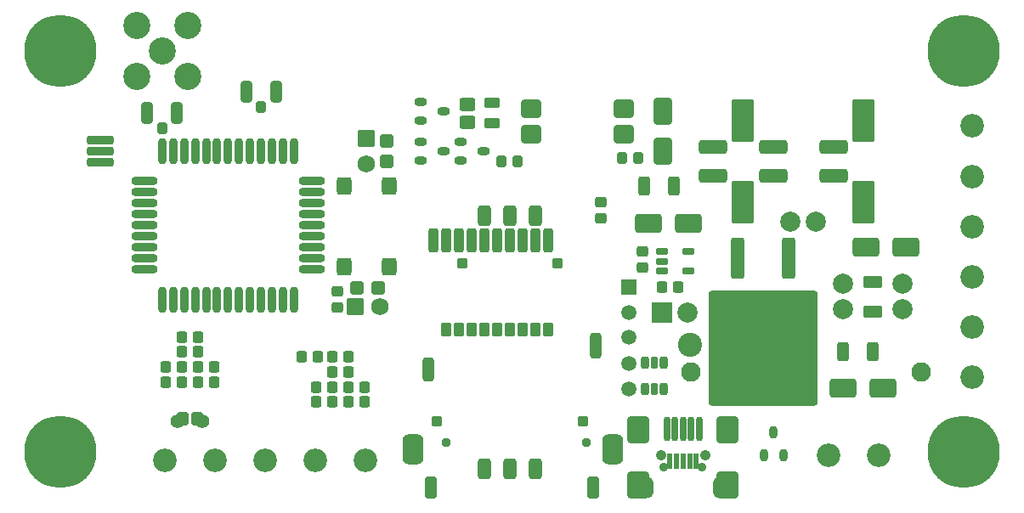
<source format=gts>
%FSLAX44Y44*%
%MOMM*%
G71*
G01*
G75*
G04 Layer_Color=8388736*
G04:AMPARAMS|DCode=10|XSize=0.7mm|YSize=2.5mm|CornerRadius=0.175mm|HoleSize=0mm|Usage=FLASHONLY|Rotation=0.000|XOffset=0mm|YOffset=0mm|HoleType=Round|Shape=RoundedRectangle|*
%AMROUNDEDRECTD10*
21,1,0.7000,2.1500,0,0,0.0*
21,1,0.3500,2.5000,0,0,0.0*
1,1,0.3500,0.1750,-1.0750*
1,1,0.3500,-0.1750,-1.0750*
1,1,0.3500,-0.1750,1.0750*
1,1,0.3500,0.1750,1.0750*
%
%ADD10ROUNDEDRECTD10*%
G04:AMPARAMS|DCode=11|XSize=2.5mm|YSize=2.5mm|CornerRadius=0.625mm|HoleSize=0mm|Usage=FLASHONLY|Rotation=0.000|XOffset=0mm|YOffset=0mm|HoleType=Round|Shape=RoundedRectangle|*
%AMROUNDEDRECTD11*
21,1,2.5000,1.2500,0,0,0.0*
21,1,1.2500,2.5000,0,0,0.0*
1,1,1.2500,0.6250,-0.6250*
1,1,1.2500,-0.6250,-0.6250*
1,1,1.2500,-0.6250,0.6250*
1,1,1.2500,0.6250,0.6250*
%
%ADD11ROUNDEDRECTD11*%
G04:AMPARAMS|DCode=12|XSize=0.7mm|YSize=2.5mm|CornerRadius=0.175mm|HoleSize=0mm|Usage=FLASHONLY|Rotation=270.000|XOffset=0mm|YOffset=0mm|HoleType=Round|Shape=RoundedRectangle|*
%AMROUNDEDRECTD12*
21,1,0.7000,2.1500,0,0,270.0*
21,1,0.3500,2.5000,0,0,270.0*
1,1,0.3500,-1.0750,-0.1750*
1,1,0.3500,-1.0750,0.1750*
1,1,0.3500,1.0750,0.1750*
1,1,0.3500,1.0750,-0.1750*
%
%ADD12ROUNDEDRECTD12*%
G04:AMPARAMS|DCode=13|XSize=0.8mm|YSize=1mm|CornerRadius=0.2mm|HoleSize=0mm|Usage=FLASHONLY|Rotation=180.000|XOffset=0mm|YOffset=0mm|HoleType=Round|Shape=RoundedRectangle|*
%AMROUNDEDRECTD13*
21,1,0.8000,0.6000,0,0,180.0*
21,1,0.4000,1.0000,0,0,180.0*
1,1,0.4000,-0.2000,0.3000*
1,1,0.4000,0.2000,0.3000*
1,1,0.4000,0.2000,-0.3000*
1,1,0.4000,-0.2000,-0.3000*
%
%ADD13ROUNDEDRECTD13*%
G04:AMPARAMS|DCode=14|XSize=1mm|YSize=2mm|CornerRadius=0.25mm|HoleSize=0mm|Usage=FLASHONLY|Rotation=180.000|XOffset=0mm|YOffset=0mm|HoleType=Round|Shape=RoundedRectangle|*
%AMROUNDEDRECTD14*
21,1,1.0000,1.5000,0,0,180.0*
21,1,0.5000,2.0000,0,0,180.0*
1,1,0.5000,-0.2500,0.7500*
1,1,0.5000,0.2500,0.7500*
1,1,0.5000,0.2500,-0.7500*
1,1,0.5000,-0.2500,-0.7500*
%
%ADD14ROUNDEDRECTD14*%
G04:AMPARAMS|DCode=15|XSize=4.1mm|YSize=2.1mm|CornerRadius=0.1995mm|HoleSize=0mm|Usage=FLASHONLY|Rotation=90.000|XOffset=0mm|YOffset=0mm|HoleType=Round|Shape=RoundedRectangle|*
%AMROUNDEDRECTD15*
21,1,4.1000,1.7010,0,0,90.0*
21,1,3.7010,2.1000,0,0,90.0*
1,1,0.3990,0.8505,1.8505*
1,1,0.3990,0.8505,-1.8505*
1,1,0.3990,-0.8505,-1.8505*
1,1,0.3990,-0.8505,1.8505*
%
%ADD15ROUNDEDRECTD15*%
G04:AMPARAMS|DCode=16|XSize=3.95mm|YSize=1.2mm|CornerRadius=0.198mm|HoleSize=0mm|Usage=FLASHONLY|Rotation=270.000|XOffset=0mm|YOffset=0mm|HoleType=Round|Shape=RoundedRectangle|*
%AMROUNDEDRECTD16*
21,1,3.9500,0.8040,0,0,270.0*
21,1,3.5540,1.2000,0,0,270.0*
1,1,0.3960,-0.4020,-1.7770*
1,1,0.3960,-0.4020,1.7770*
1,1,0.3960,0.4020,1.7770*
1,1,0.3960,0.4020,-1.7770*
%
%ADD16ROUNDEDRECTD16*%
G04:AMPARAMS|DCode=17|XSize=11.3mm|YSize=10.75mm|CornerRadius=0.215mm|HoleSize=0mm|Usage=FLASHONLY|Rotation=270.000|XOffset=0mm|YOffset=0mm|HoleType=Round|Shape=RoundedRectangle|*
%AMROUNDEDRECTD17*
21,1,11.3000,10.3200,0,0,270.0*
21,1,10.8700,10.7500,0,0,270.0*
1,1,0.4300,-5.1600,-5.4350*
1,1,0.4300,-5.1600,5.4350*
1,1,0.4300,5.1600,5.4350*
1,1,0.4300,5.1600,-5.4350*
%
%ADD17ROUNDEDRECTD17*%
G04:AMPARAMS|DCode=18|XSize=1.1mm|YSize=0.7mm|CornerRadius=0.2345mm|HoleSize=0mm|Usage=FLASHONLY|Rotation=270.000|XOffset=0mm|YOffset=0mm|HoleType=Round|Shape=RoundedRectangle|*
%AMROUNDEDRECTD18*
21,1,1.1000,0.2310,0,0,270.0*
21,1,0.6310,0.7000,0,0,270.0*
1,1,0.4690,-0.1155,-0.3155*
1,1,0.4690,-0.1155,0.3155*
1,1,0.4690,0.1155,0.3155*
1,1,0.4690,0.1155,-0.3155*
%
%ADD18ROUNDEDRECTD18*%
G04:AMPARAMS|DCode=19|XSize=1.1mm|YSize=0.6mm|CornerRadius=0.201mm|HoleSize=0mm|Usage=FLASHONLY|Rotation=270.000|XOffset=0mm|YOffset=0mm|HoleType=Round|Shape=RoundedRectangle|*
%AMROUNDEDRECTD19*
21,1,1.1000,0.1980,0,0,270.0*
21,1,0.6980,0.6000,0,0,270.0*
1,1,0.4020,-0.0990,-0.3490*
1,1,0.4020,-0.0990,0.3490*
1,1,0.4020,0.0990,0.3490*
1,1,0.4020,0.0990,-0.3490*
%
%ADD19ROUNDEDRECTD19*%
G04:AMPARAMS|DCode=20|XSize=1.05mm|YSize=0.65mm|CornerRadius=0.2015mm|HoleSize=0mm|Usage=FLASHONLY|Rotation=90.000|XOffset=0mm|YOffset=0mm|HoleType=Round|Shape=RoundedRectangle|*
%AMROUNDEDRECTD20*
21,1,1.0500,0.2470,0,0,90.0*
21,1,0.6470,0.6500,0,0,90.0*
1,1,0.4030,0.1235,0.3235*
1,1,0.4030,0.1235,-0.3235*
1,1,0.4030,-0.1235,-0.3235*
1,1,0.4030,-0.1235,0.3235*
%
%ADD20ROUNDEDRECTD20*%
G04:AMPARAMS|DCode=21|XSize=1.75mm|YSize=1.05mm|CornerRadius=0.1995mm|HoleSize=0mm|Usage=FLASHONLY|Rotation=180.000|XOffset=0mm|YOffset=0mm|HoleType=Round|Shape=RoundedRectangle|*
%AMROUNDEDRECTD21*
21,1,1.7500,0.6510,0,0,180.0*
21,1,1.3510,1.0500,0,0,180.0*
1,1,0.3990,-0.6755,0.3255*
1,1,0.3990,0.6755,0.3255*
1,1,0.3990,0.6755,-0.3255*
1,1,0.3990,-0.6755,-0.3255*
%
%ADD21ROUNDEDRECTD21*%
G04:AMPARAMS|DCode=22|XSize=1.75mm|YSize=1.05mm|CornerRadius=0.1995mm|HoleSize=0mm|Usage=FLASHONLY|Rotation=90.000|XOffset=0mm|YOffset=0mm|HoleType=Round|Shape=RoundedRectangle|*
%AMROUNDEDRECTD22*
21,1,1.7500,0.6510,0,0,90.0*
21,1,1.3510,1.0500,0,0,90.0*
1,1,0.3990,0.3255,0.6755*
1,1,0.3990,0.3255,-0.6755*
1,1,0.3990,-0.3255,-0.6755*
1,1,0.3990,-0.3255,0.6755*
%
%ADD22ROUNDEDRECTD22*%
G04:AMPARAMS|DCode=23|XSize=2.7mm|YSize=1.2mm|CornerRadius=0.21mm|HoleSize=0mm|Usage=FLASHONLY|Rotation=180.000|XOffset=0mm|YOffset=0mm|HoleType=Round|Shape=RoundedRectangle|*
%AMROUNDEDRECTD23*
21,1,2.7000,0.7800,0,0,180.0*
21,1,2.2800,1.2000,0,0,180.0*
1,1,0.4200,-1.1400,0.3900*
1,1,0.4200,1.1400,0.3900*
1,1,0.4200,1.1400,-0.3900*
1,1,0.4200,-1.1400,-0.3900*
%
%ADD23ROUNDEDRECTD23*%
G04:AMPARAMS|DCode=24|XSize=2.5mm|YSize=1.7mm|CornerRadius=0.204mm|HoleSize=0mm|Usage=FLASHONLY|Rotation=0.000|XOffset=0mm|YOffset=0mm|HoleType=Round|Shape=RoundedRectangle|*
%AMROUNDEDRECTD24*
21,1,2.5000,1.2920,0,0,0.0*
21,1,2.0920,1.7000,0,0,0.0*
1,1,0.4080,1.0460,-0.6460*
1,1,0.4080,-1.0460,-0.6460*
1,1,0.4080,-1.0460,0.6460*
1,1,0.4080,1.0460,0.6460*
%
%ADD24ROUNDEDRECTD24*%
G04:AMPARAMS|DCode=25|XSize=1.2mm|YSize=1.2mm|CornerRadius=0.198mm|HoleSize=0mm|Usage=FLASHONLY|Rotation=270.000|XOffset=0mm|YOffset=0mm|HoleType=Round|Shape=RoundedRectangle|*
%AMROUNDEDRECTD25*
21,1,1.2000,0.8040,0,0,270.0*
21,1,0.8040,1.2000,0,0,270.0*
1,1,0.3960,-0.4020,-0.4020*
1,1,0.3960,-0.4020,0.4020*
1,1,0.3960,0.4020,0.4020*
1,1,0.3960,0.4020,-0.4020*
%
%ADD25ROUNDEDRECTD25*%
G04:AMPARAMS|DCode=26|XSize=1.2mm|YSize=1.2mm|CornerRadius=0.198mm|HoleSize=0mm|Usage=FLASHONLY|Rotation=0.000|XOffset=0mm|YOffset=0mm|HoleType=Round|Shape=RoundedRectangle|*
%AMROUNDEDRECTD26*
21,1,1.2000,0.8040,0,0,0.0*
21,1,0.8040,1.2000,0,0,0.0*
1,1,0.3960,0.4020,-0.4020*
1,1,0.3960,-0.4020,-0.4020*
1,1,0.3960,-0.4020,0.4020*
1,1,0.3960,0.4020,0.4020*
%
%ADD26ROUNDEDRECTD26*%
G04:AMPARAMS|DCode=27|XSize=2.5mm|YSize=2mm|CornerRadius=0.2mm|HoleSize=0mm|Usage=FLASHONLY|Rotation=90.000|XOffset=0mm|YOffset=0mm|HoleType=Round|Shape=RoundedRectangle|*
%AMROUNDEDRECTD27*
21,1,2.5000,1.6000,0,0,90.0*
21,1,2.1000,2.0000,0,0,90.0*
1,1,0.4000,0.8000,1.0500*
1,1,0.4000,0.8000,-1.0500*
1,1,0.4000,-0.8000,-1.0500*
1,1,0.4000,-0.8000,1.0500*
%
%ADD27ROUNDEDRECTD27*%
G04:AMPARAMS|DCode=28|XSize=2.3mm|YSize=0.5mm|CornerRadius=0.2mm|HoleSize=0mm|Usage=FLASHONLY|Rotation=90.000|XOffset=0mm|YOffset=0mm|HoleType=Round|Shape=RoundedRectangle|*
%AMROUNDEDRECTD28*
21,1,2.3000,0.1000,0,0,90.0*
21,1,1.9000,0.5000,0,0,90.0*
1,1,0.4000,0.0500,0.9500*
1,1,0.4000,0.0500,-0.9500*
1,1,0.4000,-0.0500,-0.9500*
1,1,0.4000,-0.0500,0.9500*
%
%ADD28ROUNDEDRECTD28*%
G04:AMPARAMS|DCode=29|XSize=1mm|YSize=0.95mm|CornerRadius=0.1995mm|HoleSize=0mm|Usage=FLASHONLY|Rotation=90.000|XOffset=0mm|YOffset=0mm|HoleType=Round|Shape=RoundedRectangle|*
%AMROUNDEDRECTD29*
21,1,1.0000,0.5510,0,0,90.0*
21,1,0.6010,0.9500,0,0,90.0*
1,1,0.3990,0.2755,0.3005*
1,1,0.3990,0.2755,-0.3005*
1,1,0.3990,-0.2755,-0.3005*
1,1,0.3990,-0.2755,0.3005*
%
%ADD29ROUNDEDRECTD29*%
G04:AMPARAMS|DCode=30|XSize=1.1mm|YSize=0.6mm|CornerRadius=0.201mm|HoleSize=0mm|Usage=FLASHONLY|Rotation=0.000|XOffset=0mm|YOffset=0mm|HoleType=Round|Shape=RoundedRectangle|*
%AMROUNDEDRECTD30*
21,1,1.1000,0.1980,0,0,0.0*
21,1,0.6980,0.6000,0,0,0.0*
1,1,0.4020,0.3490,-0.0990*
1,1,0.4020,-0.3490,-0.0990*
1,1,0.4020,-0.3490,0.0990*
1,1,0.4020,0.3490,0.0990*
%
%ADD30ROUNDEDRECTD30*%
G04:AMPARAMS|DCode=31|XSize=1mm|YSize=0.95mm|CornerRadius=0.1995mm|HoleSize=0mm|Usage=FLASHONLY|Rotation=0.000|XOffset=0mm|YOffset=0mm|HoleType=Round|Shape=RoundedRectangle|*
%AMROUNDEDRECTD31*
21,1,1.0000,0.5510,0,0,0.0*
21,1,0.6010,0.9500,0,0,0.0*
1,1,0.3990,0.3005,-0.2755*
1,1,0.3990,-0.3005,-0.2755*
1,1,0.3990,-0.3005,0.2755*
1,1,0.3990,0.3005,0.2755*
%
%ADD31ROUNDEDRECTD31*%
%ADD32O,2.5000X0.7000*%
%ADD33O,0.7000X2.5000*%
G04:AMPARAMS|DCode=34|XSize=1.6mm|YSize=1.3mm|CornerRadius=0.2015mm|HoleSize=0mm|Usage=FLASHONLY|Rotation=270.000|XOffset=0mm|YOffset=0mm|HoleType=Round|Shape=RoundedRectangle|*
%AMROUNDEDRECTD34*
21,1,1.6000,0.8970,0,0,270.0*
21,1,1.1970,1.3000,0,0,270.0*
1,1,0.4030,-0.4485,-0.5985*
1,1,0.4030,-0.4485,0.5985*
1,1,0.4030,0.4485,0.5985*
1,1,0.4030,0.4485,-0.5985*
%
%ADD34ROUNDEDRECTD34*%
G04:AMPARAMS|DCode=35|XSize=2.5mm|YSize=1.15mm|CornerRadius=0.3852mm|HoleSize=0mm|Usage=FLASHONLY|Rotation=90.000|XOffset=0mm|YOffset=0mm|HoleType=Round|Shape=RoundedRectangle|*
%AMROUNDEDRECTD35*
21,1,2.5000,0.3795,0,0,90.0*
21,1,1.7295,1.1500,0,0,90.0*
1,1,0.7705,0.1898,0.8648*
1,1,0.7705,0.1898,-0.8648*
1,1,0.7705,-0.1898,-0.8648*
1,1,0.7705,-0.1898,0.8648*
%
%ADD35ROUNDEDRECTD35*%
G04:AMPARAMS|DCode=36|XSize=1.3mm|YSize=1mm|CornerRadius=0.25mm|HoleSize=0mm|Usage=FLASHONLY|Rotation=90.000|XOffset=0mm|YOffset=0mm|HoleType=Round|Shape=RoundedRectangle|*
%AMROUNDEDRECTD36*
21,1,1.3000,0.5000,0,0,90.0*
21,1,0.8000,1.0000,0,0,90.0*
1,1,0.5000,0.2500,0.4000*
1,1,0.5000,0.2500,-0.4000*
1,1,0.5000,-0.2500,-0.4000*
1,1,0.5000,-0.2500,0.4000*
%
%ADD36ROUNDEDRECTD36*%
G04:AMPARAMS|DCode=37|XSize=2.35mm|YSize=1.15mm|CornerRadius=0.3852mm|HoleSize=0mm|Usage=FLASHONLY|Rotation=90.000|XOffset=0mm|YOffset=0mm|HoleType=Round|Shape=RoundedRectangle|*
%AMROUNDEDRECTD37*
21,1,2.3500,0.3795,0,0,90.0*
21,1,1.5795,1.1500,0,0,90.0*
1,1,0.7705,0.1898,0.7897*
1,1,0.7705,0.1898,-0.7897*
1,1,0.7705,-0.1898,-0.7897*
1,1,0.7705,-0.1898,0.7897*
%
%ADD37ROUNDEDRECTD37*%
%ADD38R,0.4000X1.4000*%
G04:AMPARAMS|DCode=39|XSize=1.8mm|YSize=1.9mm|CornerRadius=0.45mm|HoleSize=0mm|Usage=FLASHONLY|Rotation=0.000|XOffset=0mm|YOffset=0mm|HoleType=Round|Shape=RoundedRectangle|*
%AMROUNDEDRECTD39*
21,1,1.8000,1.0000,0,0,0.0*
21,1,0.9000,1.9000,0,0,0.0*
1,1,0.9000,0.4500,-0.5000*
1,1,0.9000,-0.4500,-0.5000*
1,1,0.9000,-0.4500,0.5000*
1,1,0.9000,0.4500,0.5000*
%
%ADD39ROUNDEDRECTD39*%
G04:AMPARAMS|DCode=40|XSize=2.5mm|YSize=1.7mm|CornerRadius=0.204mm|HoleSize=0mm|Usage=FLASHONLY|Rotation=90.000|XOffset=0mm|YOffset=0mm|HoleType=Round|Shape=RoundedRectangle|*
%AMROUNDEDRECTD40*
21,1,2.5000,1.2920,0,0,90.0*
21,1,2.0920,1.7000,0,0,90.0*
1,1,0.4080,0.6460,1.0460*
1,1,0.4080,0.6460,-1.0460*
1,1,0.4080,-0.6460,-1.0460*
1,1,0.4080,-0.6460,1.0460*
%
%ADD40ROUNDEDRECTD40*%
G04:AMPARAMS|DCode=41|XSize=1.8mm|YSize=1.7mm|CornerRadius=0.204mm|HoleSize=0mm|Usage=FLASHONLY|Rotation=180.000|XOffset=0mm|YOffset=0mm|HoleType=Round|Shape=RoundedRectangle|*
%AMROUNDEDRECTD41*
21,1,1.8000,1.2920,0,0,180.0*
21,1,1.3920,1.7000,0,0,180.0*
1,1,0.4080,-0.6960,0.6460*
1,1,0.4080,0.6960,0.6460*
1,1,0.4080,0.6960,-0.6460*
1,1,0.4080,-0.6960,-0.6460*
%
%ADD41ROUNDEDRECTD41*%
G04:AMPARAMS|DCode=42|XSize=1mm|YSize=1.2mm|CornerRadius=0.165mm|HoleSize=0mm|Usage=FLASHONLY|Rotation=0.000|XOffset=0mm|YOffset=0mm|HoleType=Round|Shape=RoundedRectangle|*
%AMROUNDEDRECTD42*
21,1,1.0000,0.8700,0,0,0.0*
21,1,0.6700,1.2000,0,0,0.0*
1,1,0.3300,0.3350,-0.4350*
1,1,0.3300,-0.3350,-0.4350*
1,1,0.3300,-0.3350,0.4350*
1,1,0.3300,0.3350,0.4350*
%
%ADD42ROUNDEDRECTD42*%
G04:AMPARAMS|DCode=43|XSize=3mm|YSize=2mm|CornerRadius=0.67mm|HoleSize=0mm|Usage=FLASHONLY|Rotation=90.000|XOffset=0mm|YOffset=0mm|HoleType=Round|Shape=RoundedRectangle|*
%AMROUNDEDRECTD43*
21,1,3.0000,0.6600,0,0,90.0*
21,1,1.6600,2.0000,0,0,90.0*
1,1,1.3400,0.3300,0.8300*
1,1,1.3400,0.3300,-0.8300*
1,1,1.3400,-0.3300,-0.8300*
1,1,1.3400,-0.3300,0.8300*
%
%ADD43ROUNDEDRECTD43*%
G04:AMPARAMS|DCode=44|XSize=2.3mm|YSize=0.9mm|CornerRadius=0.225mm|HoleSize=0mm|Usage=FLASHONLY|Rotation=90.000|XOffset=0mm|YOffset=0mm|HoleType=Round|Shape=RoundedRectangle|*
%AMROUNDEDRECTD44*
21,1,2.3000,0.4500,0,0,90.0*
21,1,1.8500,0.9000,0,0,90.0*
1,1,0.4500,0.2250,0.9250*
1,1,0.4500,0.2250,-0.9250*
1,1,0.4500,-0.2250,-0.9250*
1,1,0.4500,-0.2250,0.9250*
%
%ADD44ROUNDEDRECTD44*%
G04:AMPARAMS|DCode=45|XSize=1.2mm|YSize=2mm|CornerRadius=0.3mm|HoleSize=0mm|Usage=FLASHONLY|Rotation=180.000|XOffset=0mm|YOffset=0mm|HoleType=Round|Shape=RoundedRectangle|*
%AMROUNDEDRECTD45*
21,1,1.2000,1.4000,0,0,180.0*
21,1,0.6000,2.0000,0,0,180.0*
1,1,0.6000,-0.3000,0.7000*
1,1,0.6000,0.3000,0.7000*
1,1,0.6000,0.3000,-0.7000*
1,1,0.6000,-0.3000,-0.7000*
%
%ADD45ROUNDEDRECTD45*%
G04:AMPARAMS|DCode=46|XSize=1.05mm|YSize=0.65mm|CornerRadius=0.2015mm|HoleSize=0mm|Usage=FLASHONLY|Rotation=0.000|XOffset=0mm|YOffset=0mm|HoleType=Round|Shape=RoundedRectangle|*
%AMROUNDEDRECTD46*
21,1,1.0500,0.2470,0,0,0.0*
21,1,0.6470,0.6500,0,0,0.0*
1,1,0.4030,0.3235,-0.1235*
1,1,0.4030,-0.3235,-0.1235*
1,1,0.4030,-0.3235,0.1235*
1,1,0.4030,0.3235,0.1235*
%
%ADD46ROUNDEDRECTD46*%
G04:AMPARAMS|DCode=47|XSize=1mm|YSize=0.9mm|CornerRadius=0.198mm|HoleSize=0mm|Usage=FLASHONLY|Rotation=270.000|XOffset=0mm|YOffset=0mm|HoleType=Round|Shape=RoundedRectangle|*
%AMROUNDEDRECTD47*
21,1,1.0000,0.5040,0,0,270.0*
21,1,0.6040,0.9000,0,0,270.0*
1,1,0.3960,-0.2520,-0.3020*
1,1,0.3960,-0.2520,0.3020*
1,1,0.3960,0.2520,0.3020*
1,1,0.3960,0.2520,-0.3020*
%
%ADD47ROUNDEDRECTD47*%
G04:AMPARAMS|DCode=48|XSize=1.45mm|YSize=0.95mm|CornerRadius=0.1995mm|HoleSize=0mm|Usage=FLASHONLY|Rotation=180.000|XOffset=0mm|YOffset=0mm|HoleType=Round|Shape=RoundedRectangle|*
%AMROUNDEDRECTD48*
21,1,1.4500,0.5510,0,0,180.0*
21,1,1.0510,0.9500,0,0,180.0*
1,1,0.3990,-0.5255,0.2755*
1,1,0.3990,0.5255,0.2755*
1,1,0.3990,0.5255,-0.2755*
1,1,0.3990,-0.5255,-0.2755*
%
%ADD48ROUNDEDRECTD48*%
G04:AMPARAMS|DCode=49|XSize=1.45mm|YSize=1.15mm|CornerRadius=0.2013mm|HoleSize=0mm|Usage=FLASHONLY|Rotation=180.000|XOffset=0mm|YOffset=0mm|HoleType=Round|Shape=RoundedRectangle|*
%AMROUNDEDRECTD49*
21,1,1.4500,0.7475,0,0,180.0*
21,1,1.0475,1.1500,0,0,180.0*
1,1,0.4025,-0.5238,0.3738*
1,1,0.4025,0.5238,0.3738*
1,1,0.4025,0.5238,-0.3738*
1,1,0.4025,-0.5238,-0.3738*
%
%ADD49ROUNDEDRECTD49*%
%ADD50C,0.3500*%
%ADD51C,0.4000*%
%ADD52C,0.5000*%
%ADD53C,0.7000*%
%ADD54C,0.2500*%
%ADD55C,2.2000*%
%ADD56C,7.0000*%
%ADD57C,2.5000*%
%ADD58C,1.8000*%
%ADD59C,1.8500*%
%ADD60C,1.6000*%
G04:AMPARAMS|DCode=61|XSize=1.6mm|YSize=1.6mm|CornerRadius=0.2mm|HoleSize=0mm|Usage=FLASHONLY|Rotation=270.000|XOffset=0mm|YOffset=0mm|HoleType=Round|Shape=RoundedRectangle|*
%AMROUNDEDRECTD61*
21,1,1.6000,1.2000,0,0,270.0*
21,1,1.2000,1.6000,0,0,270.0*
1,1,0.4000,-0.6000,-0.6000*
1,1,0.4000,-0.6000,0.6000*
1,1,0.4000,0.6000,0.6000*
1,1,0.4000,0.6000,-0.6000*
%
%ADD61ROUNDEDRECTD61*%
G04:AMPARAMS|DCode=62|XSize=1.6mm|YSize=1.6mm|CornerRadius=0.2mm|HoleSize=0mm|Usage=FLASHONLY|Rotation=0.000|XOffset=0mm|YOffset=0mm|HoleType=Round|Shape=RoundedRectangle|*
%AMROUNDEDRECTD62*
21,1,1.6000,1.2000,0,0,0.0*
21,1,1.2000,1.6000,0,0,0.0*
1,1,0.4000,0.6000,-0.6000*
1,1,0.4000,-0.6000,-0.6000*
1,1,0.4000,-0.6000,0.6000*
1,1,0.4000,0.6000,0.6000*
%
%ADD62ROUNDEDRECTD62*%
%ADD63C,0.5000*%
%ADD64R,1.8500X1.8500*%
%ADD65R,1.3000X1.3000*%
%ADD66C,1.3000*%
G04:AMPARAMS|DCode=67|XSize=1.15mm|YSize=2.1mm|CornerRadius=0.2875mm|HoleSize=0mm|Usage=FLASHONLY|Rotation=0.000|XOffset=0mm|YOffset=0mm|HoleType=Round|Shape=RoundedRectangle|*
%AMROUNDEDRECTD67*
21,1,1.1500,1.5250,0,0,0.0*
21,1,0.5750,2.1000,0,0,0.0*
1,1,0.5750,0.2875,-0.7625*
1,1,0.5750,-0.2875,-0.7625*
1,1,0.5750,-0.2875,0.7625*
1,1,0.5750,0.2875,0.7625*
%
%ADD67ROUNDEDRECTD67*%
%ADD68C,0.7000*%
%ADD69C,1.2000*%
G04:AMPARAMS|DCode=70|XSize=0.7mm|YSize=0.7mm|CornerRadius=0.175mm|HoleSize=0mm|Usage=FLASHONLY|Rotation=0.000|XOffset=0mm|YOffset=0mm|HoleType=Round|Shape=RoundedRectangle|*
%AMROUNDEDRECTD70*
21,1,0.7000,0.3500,0,0,0.0*
21,1,0.3500,0.7000,0,0,0.0*
1,1,0.3500,0.1750,-0.1750*
1,1,0.3500,-0.1750,-0.1750*
1,1,0.3500,-0.1750,0.1750*
1,1,0.3500,0.1750,0.1750*
%
%ADD70ROUNDEDRECTD70*%
G04:AMPARAMS|DCode=71|XSize=1mm|YSize=1mm|CornerRadius=0.25mm|HoleSize=0mm|Usage=FLASHONLY|Rotation=90.000|XOffset=0mm|YOffset=0mm|HoleType=Round|Shape=RoundedRectangle|*
%AMROUNDEDRECTD71*
21,1,1.0000,0.5000,0,0,90.0*
21,1,0.5000,1.0000,0,0,90.0*
1,1,0.5000,0.2500,0.2500*
1,1,0.5000,0.2500,-0.2500*
1,1,0.5000,-0.2500,-0.2500*
1,1,0.5000,-0.2500,0.2500*
%
%ADD71ROUNDEDRECTD71*%
%ADD72C,0.3000*%
%ADD73C,0.2000*%
%ADD74C,0.2540*%
%ADD75C,0.1500*%
%ADD76C,0.1000*%
%ADD77C,0.0750*%
G04:AMPARAMS|DCode=78|XSize=0.9032mm|YSize=2.7032mm|CornerRadius=0.2766mm|HoleSize=0mm|Usage=FLASHONLY|Rotation=270.000|XOffset=0mm|YOffset=0mm|HoleType=Round|Shape=RoundedRectangle|*
%AMROUNDEDRECTD78*
21,1,0.9032,2.1500,0,0,270.0*
21,1,0.3500,2.7032,0,0,270.0*
1,1,0.5532,-1.0750,-0.1750*
1,1,0.5532,-1.0750,0.1750*
1,1,0.5532,1.0750,0.1750*
1,1,0.5532,1.0750,-0.1750*
%
%ADD78ROUNDEDRECTD78*%
G04:AMPARAMS|DCode=79|XSize=1.0032mm|YSize=1.2032mm|CornerRadius=0.3016mm|HoleSize=0mm|Usage=FLASHONLY|Rotation=180.000|XOffset=0mm|YOffset=0mm|HoleType=Round|Shape=RoundedRectangle|*
%AMROUNDEDRECTD79*
21,1,1.0032,0.6000,0,0,180.0*
21,1,0.4000,1.2032,0,0,180.0*
1,1,0.6032,-0.2000,0.3000*
1,1,0.6032,0.2000,0.3000*
1,1,0.6032,0.2000,-0.3000*
1,1,0.6032,-0.2000,-0.3000*
%
%ADD79ROUNDEDRECTD79*%
G04:AMPARAMS|DCode=80|XSize=1.2032mm|YSize=2.2032mm|CornerRadius=0.3516mm|HoleSize=0mm|Usage=FLASHONLY|Rotation=180.000|XOffset=0mm|YOffset=0mm|HoleType=Round|Shape=RoundedRectangle|*
%AMROUNDEDRECTD80*
21,1,1.2032,1.5000,0,0,180.0*
21,1,0.5000,2.2032,0,0,180.0*
1,1,0.7032,-0.2500,0.7500*
1,1,0.7032,0.2500,0.7500*
1,1,0.7032,0.2500,-0.7500*
1,1,0.7032,-0.2500,-0.7500*
%
%ADD80ROUNDEDRECTD80*%
G04:AMPARAMS|DCode=81|XSize=4.25mm|YSize=2.25mm|CornerRadius=0.2745mm|HoleSize=0mm|Usage=FLASHONLY|Rotation=90.000|XOffset=0mm|YOffset=0mm|HoleType=Round|Shape=RoundedRectangle|*
%AMROUNDEDRECTD81*
21,1,4.2500,1.7010,0,0,90.0*
21,1,3.7010,2.2500,0,0,90.0*
1,1,0.5490,0.8505,1.8505*
1,1,0.5490,0.8505,-1.8505*
1,1,0.5490,-0.8505,-1.8505*
1,1,0.5490,-0.8505,1.8505*
%
%ADD81ROUNDEDRECTD81*%
G04:AMPARAMS|DCode=82|XSize=4.1mm|YSize=1.35mm|CornerRadius=0.273mm|HoleSize=0mm|Usage=FLASHONLY|Rotation=270.000|XOffset=0mm|YOffset=0mm|HoleType=Round|Shape=RoundedRectangle|*
%AMROUNDEDRECTD82*
21,1,4.1000,0.8040,0,0,270.0*
21,1,3.5540,1.3500,0,0,270.0*
1,1,0.5460,-0.4020,-1.7770*
1,1,0.5460,-0.4020,1.7770*
1,1,0.5460,0.4020,1.7770*
1,1,0.5460,0.4020,-1.7770*
%
%ADD82ROUNDEDRECTD82*%
G04:AMPARAMS|DCode=83|XSize=11.45mm|YSize=10.9mm|CornerRadius=0.29mm|HoleSize=0mm|Usage=FLASHONLY|Rotation=270.000|XOffset=0mm|YOffset=0mm|HoleType=Round|Shape=RoundedRectangle|*
%AMROUNDEDRECTD83*
21,1,11.4500,10.3200,0,0,270.0*
21,1,10.8700,10.9000,0,0,270.0*
1,1,0.5800,-5.1600,-5.4350*
1,1,0.5800,-5.1600,5.4350*
1,1,0.5800,5.1600,5.4350*
1,1,0.5800,5.1600,-5.4350*
%
%ADD83ROUNDEDRECTD83*%
G04:AMPARAMS|DCode=84|XSize=1.25mm|YSize=0.85mm|CornerRadius=0.3095mm|HoleSize=0mm|Usage=FLASHONLY|Rotation=270.000|XOffset=0mm|YOffset=0mm|HoleType=Round|Shape=RoundedRectangle|*
%AMROUNDEDRECTD84*
21,1,1.2500,0.2310,0,0,270.0*
21,1,0.6310,0.8500,0,0,270.0*
1,1,0.6190,-0.1155,-0.3155*
1,1,0.6190,-0.1155,0.3155*
1,1,0.6190,0.1155,0.3155*
1,1,0.6190,0.1155,-0.3155*
%
%ADD84ROUNDEDRECTD84*%
G04:AMPARAMS|DCode=85|XSize=1.25mm|YSize=0.75mm|CornerRadius=0.276mm|HoleSize=0mm|Usage=FLASHONLY|Rotation=270.000|XOffset=0mm|YOffset=0mm|HoleType=Round|Shape=RoundedRectangle|*
%AMROUNDEDRECTD85*
21,1,1.2500,0.1980,0,0,270.0*
21,1,0.6980,0.7500,0,0,270.0*
1,1,0.5520,-0.0990,-0.3490*
1,1,0.5520,-0.0990,0.3490*
1,1,0.5520,0.0990,0.3490*
1,1,0.5520,0.0990,-0.3490*
%
%ADD85ROUNDEDRECTD85*%
G04:AMPARAMS|DCode=86|XSize=1.2mm|YSize=0.8mm|CornerRadius=0.2765mm|HoleSize=0mm|Usage=FLASHONLY|Rotation=90.000|XOffset=0mm|YOffset=0mm|HoleType=Round|Shape=RoundedRectangle|*
%AMROUNDEDRECTD86*
21,1,1.2000,0.2470,0,0,90.0*
21,1,0.6470,0.8000,0,0,90.0*
1,1,0.5530,0.1235,0.3235*
1,1,0.5530,0.1235,-0.3235*
1,1,0.5530,-0.1235,-0.3235*
1,1,0.5530,-0.1235,0.3235*
%
%ADD86ROUNDEDRECTD86*%
G04:AMPARAMS|DCode=87|XSize=1.9mm|YSize=1.2mm|CornerRadius=0.2745mm|HoleSize=0mm|Usage=FLASHONLY|Rotation=180.000|XOffset=0mm|YOffset=0mm|HoleType=Round|Shape=RoundedRectangle|*
%AMROUNDEDRECTD87*
21,1,1.9000,0.6510,0,0,180.0*
21,1,1.3510,1.2000,0,0,180.0*
1,1,0.5490,-0.6755,0.3255*
1,1,0.5490,0.6755,0.3255*
1,1,0.5490,0.6755,-0.3255*
1,1,0.5490,-0.6755,-0.3255*
%
%ADD87ROUNDEDRECTD87*%
G04:AMPARAMS|DCode=88|XSize=1.9mm|YSize=1.2mm|CornerRadius=0.2745mm|HoleSize=0mm|Usage=FLASHONLY|Rotation=90.000|XOffset=0mm|YOffset=0mm|HoleType=Round|Shape=RoundedRectangle|*
%AMROUNDEDRECTD88*
21,1,1.9000,0.6510,0,0,90.0*
21,1,1.3510,1.2000,0,0,90.0*
1,1,0.5490,0.3255,0.6755*
1,1,0.5490,0.3255,-0.6755*
1,1,0.5490,-0.3255,-0.6755*
1,1,0.5490,-0.3255,0.6755*
%
%ADD88ROUNDEDRECTD88*%
G04:AMPARAMS|DCode=89|XSize=2.85mm|YSize=1.35mm|CornerRadius=0.285mm|HoleSize=0mm|Usage=FLASHONLY|Rotation=180.000|XOffset=0mm|YOffset=0mm|HoleType=Round|Shape=RoundedRectangle|*
%AMROUNDEDRECTD89*
21,1,2.8500,0.7800,0,0,180.0*
21,1,2.2800,1.3500,0,0,180.0*
1,1,0.5700,-1.1400,0.3900*
1,1,0.5700,1.1400,0.3900*
1,1,0.5700,1.1400,-0.3900*
1,1,0.5700,-1.1400,-0.3900*
%
%ADD89ROUNDEDRECTD89*%
G04:AMPARAMS|DCode=90|XSize=2.65mm|YSize=1.85mm|CornerRadius=0.279mm|HoleSize=0mm|Usage=FLASHONLY|Rotation=0.000|XOffset=0mm|YOffset=0mm|HoleType=Round|Shape=RoundedRectangle|*
%AMROUNDEDRECTD90*
21,1,2.6500,1.2920,0,0,0.0*
21,1,2.0920,1.8500,0,0,0.0*
1,1,0.5580,1.0460,-0.6460*
1,1,0.5580,-1.0460,-0.6460*
1,1,0.5580,-1.0460,0.6460*
1,1,0.5580,1.0460,0.6460*
%
%ADD90ROUNDEDRECTD90*%
G04:AMPARAMS|DCode=91|XSize=1.35mm|YSize=1.35mm|CornerRadius=0.273mm|HoleSize=0mm|Usage=FLASHONLY|Rotation=270.000|XOffset=0mm|YOffset=0mm|HoleType=Round|Shape=RoundedRectangle|*
%AMROUNDEDRECTD91*
21,1,1.3500,0.8040,0,0,270.0*
21,1,0.8040,1.3500,0,0,270.0*
1,1,0.5460,-0.4020,-0.4020*
1,1,0.5460,-0.4020,0.4020*
1,1,0.5460,0.4020,0.4020*
1,1,0.5460,0.4020,-0.4020*
%
%ADD91ROUNDEDRECTD91*%
G04:AMPARAMS|DCode=92|XSize=1.35mm|YSize=1.35mm|CornerRadius=0.273mm|HoleSize=0mm|Usage=FLASHONLY|Rotation=0.000|XOffset=0mm|YOffset=0mm|HoleType=Round|Shape=RoundedRectangle|*
%AMROUNDEDRECTD92*
21,1,1.3500,0.8040,0,0,0.0*
21,1,0.8040,1.3500,0,0,0.0*
1,1,0.5460,0.4020,-0.4020*
1,1,0.5460,-0.4020,-0.4020*
1,1,0.5460,-0.4020,0.4020*
1,1,0.5460,0.4020,0.4020*
%
%ADD92ROUNDEDRECTD92*%
G04:AMPARAMS|DCode=93|XSize=2.65mm|YSize=2.15mm|CornerRadius=0.275mm|HoleSize=0mm|Usage=FLASHONLY|Rotation=90.000|XOffset=0mm|YOffset=0mm|HoleType=Round|Shape=RoundedRectangle|*
%AMROUNDEDRECTD93*
21,1,2.6500,1.6000,0,0,90.0*
21,1,2.1000,2.1500,0,0,90.0*
1,1,0.5500,0.8000,1.0500*
1,1,0.5500,0.8000,-1.0500*
1,1,0.5500,-0.8000,-1.0500*
1,1,0.5500,-0.8000,1.0500*
%
%ADD93ROUNDEDRECTD93*%
G04:AMPARAMS|DCode=94|XSize=2.45mm|YSize=0.65mm|CornerRadius=0.275mm|HoleSize=0mm|Usage=FLASHONLY|Rotation=90.000|XOffset=0mm|YOffset=0mm|HoleType=Round|Shape=RoundedRectangle|*
%AMROUNDEDRECTD94*
21,1,2.4500,0.1000,0,0,90.0*
21,1,1.9000,0.6500,0,0,90.0*
1,1,0.5500,0.0500,0.9500*
1,1,0.5500,0.0500,-0.9500*
1,1,0.5500,-0.0500,-0.9500*
1,1,0.5500,-0.0500,0.9500*
%
%ADD94ROUNDEDRECTD94*%
G04:AMPARAMS|DCode=95|XSize=1.15mm|YSize=1.1mm|CornerRadius=0.2745mm|HoleSize=0mm|Usage=FLASHONLY|Rotation=90.000|XOffset=0mm|YOffset=0mm|HoleType=Round|Shape=RoundedRectangle|*
%AMROUNDEDRECTD95*
21,1,1.1500,0.5510,0,0,90.0*
21,1,0.6010,1.1000,0,0,90.0*
1,1,0.5490,0.2755,0.3005*
1,1,0.5490,0.2755,-0.3005*
1,1,0.5490,-0.2755,-0.3005*
1,1,0.5490,-0.2755,0.3005*
%
%ADD95ROUNDEDRECTD95*%
G04:AMPARAMS|DCode=96|XSize=1.25mm|YSize=0.75mm|CornerRadius=0.276mm|HoleSize=0mm|Usage=FLASHONLY|Rotation=0.000|XOffset=0mm|YOffset=0mm|HoleType=Round|Shape=RoundedRectangle|*
%AMROUNDEDRECTD96*
21,1,1.2500,0.1980,0,0,0.0*
21,1,0.6980,0.7500,0,0,0.0*
1,1,0.5520,0.3490,-0.0990*
1,1,0.5520,-0.3490,-0.0990*
1,1,0.5520,-0.3490,0.0990*
1,1,0.5520,0.3490,0.0990*
%
%ADD96ROUNDEDRECTD96*%
G04:AMPARAMS|DCode=97|XSize=1.15mm|YSize=1.1mm|CornerRadius=0.2745mm|HoleSize=0mm|Usage=FLASHONLY|Rotation=0.000|XOffset=0mm|YOffset=0mm|HoleType=Round|Shape=RoundedRectangle|*
%AMROUNDEDRECTD97*
21,1,1.1500,0.5510,0,0,0.0*
21,1,0.6010,1.1000,0,0,0.0*
1,1,0.5490,0.3005,-0.2755*
1,1,0.5490,-0.3005,-0.2755*
1,1,0.5490,-0.3005,0.2755*
1,1,0.5490,0.3005,0.2755*
%
%ADD97ROUNDEDRECTD97*%
%ADD98O,2.6500X0.8500*%
%ADD99O,0.8500X2.6500*%
G04:AMPARAMS|DCode=100|XSize=1.75mm|YSize=1.45mm|CornerRadius=0.2765mm|HoleSize=0mm|Usage=FLASHONLY|Rotation=270.000|XOffset=0mm|YOffset=0mm|HoleType=Round|Shape=RoundedRectangle|*
%AMROUNDEDRECTD100*
21,1,1.7500,0.8970,0,0,270.0*
21,1,1.1970,1.4500,0,0,270.0*
1,1,0.5530,-0.4485,-0.5985*
1,1,0.5530,-0.4485,0.5985*
1,1,0.5530,0.4485,0.5985*
1,1,0.5530,0.4485,-0.5985*
%
%ADD100ROUNDEDRECTD100*%
G04:AMPARAMS|DCode=101|XSize=2.6mm|YSize=1.25mm|CornerRadius=0.4353mm|HoleSize=0mm|Usage=FLASHONLY|Rotation=90.000|XOffset=0mm|YOffset=0mm|HoleType=Round|Shape=RoundedRectangle|*
%AMROUNDEDRECTD101*
21,1,2.6000,0.3795,0,0,90.0*
21,1,1.7295,1.2500,0,0,90.0*
1,1,0.8705,0.1898,0.8648*
1,1,0.8705,0.1898,-0.8648*
1,1,0.8705,-0.1898,-0.8648*
1,1,0.8705,-0.1898,0.8648*
%
%ADD101ROUNDEDRECTD101*%
G04:AMPARAMS|DCode=102|XSize=1.4mm|YSize=1.1mm|CornerRadius=0.3mm|HoleSize=0mm|Usage=FLASHONLY|Rotation=90.000|XOffset=0mm|YOffset=0mm|HoleType=Round|Shape=RoundedRectangle|*
%AMROUNDEDRECTD102*
21,1,1.4000,0.5000,0,0,90.0*
21,1,0.8000,1.1000,0,0,90.0*
1,1,0.6000,0.2500,0.4000*
1,1,0.6000,0.2500,-0.4000*
1,1,0.6000,-0.2500,-0.4000*
1,1,0.6000,-0.2500,0.4000*
%
%ADD102ROUNDEDRECTD102*%
G04:AMPARAMS|DCode=103|XSize=2.45mm|YSize=1.25mm|CornerRadius=0.4353mm|HoleSize=0mm|Usage=FLASHONLY|Rotation=90.000|XOffset=0mm|YOffset=0mm|HoleType=Round|Shape=RoundedRectangle|*
%AMROUNDEDRECTD103*
21,1,2.4500,0.3795,0,0,90.0*
21,1,1.5795,1.2500,0,0,90.0*
1,1,0.8705,0.1898,0.7897*
1,1,0.8705,0.1898,-0.7897*
1,1,0.8705,-0.1898,-0.7897*
1,1,0.8705,-0.1898,0.7897*
%
%ADD103ROUNDEDRECTD103*%
%ADD104R,0.6032X1.6032*%
G04:AMPARAMS|DCode=105|XSize=2.0032mm|YSize=2.1032mm|CornerRadius=0.5516mm|HoleSize=0mm|Usage=FLASHONLY|Rotation=0.000|XOffset=0mm|YOffset=0mm|HoleType=Round|Shape=RoundedRectangle|*
%AMROUNDEDRECTD105*
21,1,2.0032,1.0000,0,0,0.0*
21,1,0.9000,2.1032,0,0,0.0*
1,1,1.1032,0.4500,-0.5000*
1,1,1.1032,-0.4500,-0.5000*
1,1,1.1032,-0.4500,0.5000*
1,1,1.1032,0.4500,0.5000*
%
%ADD105ROUNDEDRECTD105*%
G04:AMPARAMS|DCode=106|XSize=2.65mm|YSize=1.85mm|CornerRadius=0.279mm|HoleSize=0mm|Usage=FLASHONLY|Rotation=90.000|XOffset=0mm|YOffset=0mm|HoleType=Round|Shape=RoundedRectangle|*
%AMROUNDEDRECTD106*
21,1,2.6500,1.2920,0,0,90.0*
21,1,2.0920,1.8500,0,0,90.0*
1,1,0.5580,0.6460,1.0460*
1,1,0.5580,0.6460,-1.0460*
1,1,0.5580,-0.6460,-1.0460*
1,1,0.5580,-0.6460,1.0460*
%
%ADD106ROUNDEDRECTD106*%
G04:AMPARAMS|DCode=107|XSize=1.95mm|YSize=1.85mm|CornerRadius=0.279mm|HoleSize=0mm|Usage=FLASHONLY|Rotation=180.000|XOffset=0mm|YOffset=0mm|HoleType=Round|Shape=RoundedRectangle|*
%AMROUNDEDRECTD107*
21,1,1.9500,1.2920,0,0,180.0*
21,1,1.3920,1.8500,0,0,180.0*
1,1,0.5580,-0.6960,0.6460*
1,1,0.5580,0.6960,0.6460*
1,1,0.5580,0.6960,-0.6460*
1,1,0.5580,-0.6960,-0.6460*
%
%ADD107ROUNDEDRECTD107*%
G04:AMPARAMS|DCode=108|XSize=1.15mm|YSize=1.35mm|CornerRadius=0.24mm|HoleSize=0mm|Usage=FLASHONLY|Rotation=0.000|XOffset=0mm|YOffset=0mm|HoleType=Round|Shape=RoundedRectangle|*
%AMROUNDEDRECTD108*
21,1,1.1500,0.8700,0,0,0.0*
21,1,0.6700,1.3500,0,0,0.0*
1,1,0.4800,0.3350,-0.4350*
1,1,0.4800,-0.3350,-0.4350*
1,1,0.4800,-0.3350,0.4350*
1,1,0.4800,0.3350,0.4350*
%
%ADD108ROUNDEDRECTD108*%
G04:AMPARAMS|DCode=109|XSize=3.1mm|YSize=2.1mm|CornerRadius=0.72mm|HoleSize=0mm|Usage=FLASHONLY|Rotation=90.000|XOffset=0mm|YOffset=0mm|HoleType=Round|Shape=RoundedRectangle|*
%AMROUNDEDRECTD109*
21,1,3.1000,0.6600,0,0,90.0*
21,1,1.6600,2.1000,0,0,90.0*
1,1,1.4400,0.3300,0.8300*
1,1,1.4400,0.3300,-0.8300*
1,1,1.4400,-0.3300,-0.8300*
1,1,1.4400,-0.3300,0.8300*
%
%ADD109ROUNDEDRECTD109*%
G04:AMPARAMS|DCode=110|XSize=2.4mm|YSize=1mm|CornerRadius=0.275mm|HoleSize=0mm|Usage=FLASHONLY|Rotation=90.000|XOffset=0mm|YOffset=0mm|HoleType=Round|Shape=RoundedRectangle|*
%AMROUNDEDRECTD110*
21,1,2.4000,0.4500,0,0,90.0*
21,1,1.8500,1.0000,0,0,90.0*
1,1,0.5500,0.2250,0.9250*
1,1,0.5500,0.2250,-0.9250*
1,1,0.5500,-0.2250,-0.9250*
1,1,0.5500,-0.2250,0.9250*
%
%ADD110ROUNDEDRECTD110*%
G04:AMPARAMS|DCode=111|XSize=1.3mm|YSize=2.1mm|CornerRadius=0.35mm|HoleSize=0mm|Usage=FLASHONLY|Rotation=180.000|XOffset=0mm|YOffset=0mm|HoleType=Round|Shape=RoundedRectangle|*
%AMROUNDEDRECTD111*
21,1,1.3000,1.4000,0,0,180.0*
21,1,0.6000,2.1000,0,0,180.0*
1,1,0.7000,-0.3000,0.7000*
1,1,0.7000,0.3000,0.7000*
1,1,0.7000,0.3000,-0.7000*
1,1,0.7000,-0.3000,-0.7000*
%
%ADD111ROUNDEDRECTD111*%
G04:AMPARAMS|DCode=112|XSize=1.2mm|YSize=0.8mm|CornerRadius=0.2765mm|HoleSize=0mm|Usage=FLASHONLY|Rotation=0.000|XOffset=0mm|YOffset=0mm|HoleType=Round|Shape=RoundedRectangle|*
%AMROUNDEDRECTD112*
21,1,1.2000,0.2470,0,0,0.0*
21,1,0.6470,0.8000,0,0,0.0*
1,1,0.5530,0.3235,-0.1235*
1,1,0.5530,-0.3235,-0.1235*
1,1,0.5530,-0.3235,0.1235*
1,1,0.5530,0.3235,0.1235*
%
%ADD112ROUNDEDRECTD112*%
G04:AMPARAMS|DCode=113|XSize=1.15mm|YSize=1.05mm|CornerRadius=0.273mm|HoleSize=0mm|Usage=FLASHONLY|Rotation=270.000|XOffset=0mm|YOffset=0mm|HoleType=Round|Shape=RoundedRectangle|*
%AMROUNDEDRECTD113*
21,1,1.1500,0.5040,0,0,270.0*
21,1,0.6040,1.0500,0,0,270.0*
1,1,0.5460,-0.2520,-0.3020*
1,1,0.5460,-0.2520,0.3020*
1,1,0.5460,0.2520,0.3020*
1,1,0.5460,0.2520,-0.3020*
%
%ADD113ROUNDEDRECTD113*%
G04:AMPARAMS|DCode=114|XSize=1.55mm|YSize=1.05mm|CornerRadius=0.2495mm|HoleSize=0mm|Usage=FLASHONLY|Rotation=180.000|XOffset=0mm|YOffset=0mm|HoleType=Round|Shape=RoundedRectangle|*
%AMROUNDEDRECTD114*
21,1,1.5500,0.5510,0,0,180.0*
21,1,1.0510,1.0500,0,0,180.0*
1,1,0.4990,-0.5255,0.2755*
1,1,0.4990,0.5255,0.2755*
1,1,0.4990,0.5255,-0.2755*
1,1,0.4990,-0.5255,-0.2755*
%
%ADD114ROUNDEDRECTD114*%
G04:AMPARAMS|DCode=115|XSize=1.6mm|YSize=1.3mm|CornerRadius=0.2763mm|HoleSize=0mm|Usage=FLASHONLY|Rotation=180.000|XOffset=0mm|YOffset=0mm|HoleType=Round|Shape=RoundedRectangle|*
%AMROUNDEDRECTD115*
21,1,1.6000,0.7475,0,0,180.0*
21,1,1.0475,1.3000,0,0,180.0*
1,1,0.5525,-0.5238,0.3738*
1,1,0.5525,0.5238,0.3738*
1,1,0.5525,0.5238,-0.3738*
1,1,0.5525,-0.5238,-0.3738*
%
%ADD115ROUNDEDRECTD115*%
%ADD116C,2.3500*%
%ADD117C,2.4032*%
%ADD118C,7.2032*%
%ADD119C,2.7032*%
%ADD120C,1.9500*%
%ADD121C,2.0000*%
%ADD122C,1.7500*%
G04:AMPARAMS|DCode=123|XSize=1.75mm|YSize=1.75mm|CornerRadius=0.275mm|HoleSize=0mm|Usage=FLASHONLY|Rotation=270.000|XOffset=0mm|YOffset=0mm|HoleType=Round|Shape=RoundedRectangle|*
%AMROUNDEDRECTD123*
21,1,1.7500,1.2000,0,0,270.0*
21,1,1.2000,1.7500,0,0,270.0*
1,1,0.5500,-0.6000,-0.6000*
1,1,0.5500,-0.6000,0.6000*
1,1,0.5500,0.6000,0.6000*
1,1,0.5500,0.6000,-0.6000*
%
%ADD123ROUNDEDRECTD123*%
G04:AMPARAMS|DCode=124|XSize=1.75mm|YSize=1.75mm|CornerRadius=0.275mm|HoleSize=0mm|Usage=FLASHONLY|Rotation=0.000|XOffset=0mm|YOffset=0mm|HoleType=Round|Shape=RoundedRectangle|*
%AMROUNDEDRECTD124*
21,1,1.7500,1.2000,0,0,0.0*
21,1,1.2000,1.7500,0,0,0.0*
1,1,0.5500,0.6000,-0.6000*
1,1,0.5500,-0.6000,-0.6000*
1,1,0.5500,-0.6000,0.6000*
1,1,0.5500,0.6000,0.6000*
%
%ADD124ROUNDEDRECTD124*%
%ADD125C,1.0500*%
%ADD126R,2.0000X2.0000*%
%ADD127R,1.5032X1.5032*%
%ADD128C,1.5032*%
G04:AMPARAMS|DCode=129|XSize=1.25mm|YSize=2.2mm|CornerRadius=0.3375mm|HoleSize=0mm|Usage=FLASHONLY|Rotation=0.000|XOffset=0mm|YOffset=0mm|HoleType=Round|Shape=RoundedRectangle|*
%AMROUNDEDRECTD129*
21,1,1.2500,1.5250,0,0,0.0*
21,1,0.5750,2.2000,0,0,0.0*
1,1,0.6750,0.2875,-0.7625*
1,1,0.6750,-0.2875,-0.7625*
1,1,0.6750,-0.2875,0.7625*
1,1,0.6750,0.2875,0.7625*
%
%ADD129ROUNDEDRECTD129*%
%ADD130C,0.9032*%
%ADD131C,1.4032*%
G04:AMPARAMS|DCode=132|XSize=0.8mm|YSize=0.8mm|CornerRadius=0.225mm|HoleSize=0mm|Usage=FLASHONLY|Rotation=0.000|XOffset=0mm|YOffset=0mm|HoleType=Round|Shape=RoundedRectangle|*
%AMROUNDEDRECTD132*
21,1,0.8000,0.3500,0,0,0.0*
21,1,0.3500,0.8000,0,0,0.0*
1,1,0.4500,0.1750,-0.1750*
1,1,0.4500,-0.1750,-0.1750*
1,1,0.4500,-0.1750,0.1750*
1,1,0.4500,0.1750,0.1750*
%
%ADD132ROUNDEDRECTD132*%
G04:AMPARAMS|DCode=133|XSize=1.1mm|YSize=1.1mm|CornerRadius=0.3mm|HoleSize=0mm|Usage=FLASHONLY|Rotation=90.000|XOffset=0mm|YOffset=0mm|HoleType=Round|Shape=RoundedRectangle|*
%AMROUNDEDRECTD133*
21,1,1.1000,0.5000,0,0,90.0*
21,1,0.5000,1.1000,0,0,90.0*
1,1,0.6000,0.2500,0.2500*
1,1,0.6000,0.2500,-0.2500*
1,1,0.6000,-0.2500,-0.2500*
1,1,0.6000,-0.2500,0.2500*
%
%ADD133ROUNDEDRECTD133*%
D78*
X90000Y361000D02*
D03*
Y350000D02*
D03*
Y339000D02*
D03*
D79*
X250000Y394000D02*
D03*
X151000Y373000D02*
D03*
D80*
X265000Y409000D02*
D03*
X235000D02*
D03*
X136000Y388000D02*
D03*
X166000D02*
D03*
D81*
X730000Y380500D02*
D03*
Y299500D02*
D03*
X850000Y380500D02*
D03*
Y299500D02*
D03*
D82*
X775400Y243500D02*
D03*
X724600D02*
D03*
D83*
X750000Y153500D02*
D03*
D84*
X651250Y113000D02*
D03*
X632250D02*
D03*
Y139000D02*
D03*
X651250D02*
D03*
D85*
X641750Y113000D02*
D03*
Y139000D02*
D03*
D86*
X751000Y47000D02*
D03*
X770000D02*
D03*
X760500Y69999D02*
D03*
D87*
X859363Y220000D02*
D03*
Y190000D02*
D03*
D88*
Y150000D02*
D03*
X829363D02*
D03*
X661124Y315000D02*
D03*
X631124D02*
D03*
D89*
X700000Y354500D02*
D03*
Y325500D02*
D03*
X760500Y354500D02*
D03*
Y325500D02*
D03*
X820000Y354500D02*
D03*
Y325500D02*
D03*
D90*
X852363Y254000D02*
D03*
X892363D02*
D03*
X829363Y113500D02*
D03*
X869363D02*
D03*
X675344Y277624D02*
D03*
X635344D02*
D03*
D91*
X375000Y339500D02*
D03*
Y360500D02*
D03*
D92*
X366500Y213622D02*
D03*
X345500D02*
D03*
D93*
X625749Y72000D02*
D03*
Y17000D02*
D03*
X714749D02*
D03*
Y72000D02*
D03*
D94*
X686249Y73000D02*
D03*
X678249D02*
D03*
X670249D02*
D03*
X662249D02*
D03*
X654249D02*
D03*
D95*
X171000Y120000D02*
D03*
X155000D02*
D03*
X171000Y135000D02*
D03*
X155000D02*
D03*
X187000Y150000D02*
D03*
X171000D02*
D03*
X187000Y165000D02*
D03*
X171000D02*
D03*
X203000Y120000D02*
D03*
X187000D02*
D03*
X203000Y135000D02*
D03*
X187000D02*
D03*
X665500Y214500D02*
D03*
X649500D02*
D03*
X337000Y115000D02*
D03*
X353000D02*
D03*
X337000Y100000D02*
D03*
X353000D02*
D03*
X321000Y130000D02*
D03*
X337000D02*
D03*
X321000Y145000D02*
D03*
X337000D02*
D03*
X305000Y115000D02*
D03*
X321000D02*
D03*
X305000Y100000D02*
D03*
X321000D02*
D03*
X306000Y145000D02*
D03*
X290000D02*
D03*
D96*
X675500Y249750D02*
D03*
Y230750D02*
D03*
X649500D02*
D03*
Y240250D02*
D03*
Y249750D02*
D03*
D97*
X629750Y233750D02*
D03*
Y249750D02*
D03*
X326000Y194000D02*
D03*
Y210000D02*
D03*
X588000Y298802D02*
D03*
Y282802D02*
D03*
D98*
X133500Y232000D02*
D03*
Y243000D02*
D03*
Y254000D02*
D03*
Y265000D02*
D03*
Y276000D02*
D03*
Y287000D02*
D03*
Y298000D02*
D03*
Y309000D02*
D03*
Y320000D02*
D03*
X300500D02*
D03*
Y309000D02*
D03*
Y298000D02*
D03*
Y287000D02*
D03*
Y276000D02*
D03*
Y265000D02*
D03*
Y254000D02*
D03*
Y243000D02*
D03*
Y232000D02*
D03*
D99*
X283000Y350000D02*
D03*
X272000D02*
D03*
X261000D02*
D03*
X250000D02*
D03*
X239000D02*
D03*
X228000D02*
D03*
X217000D02*
D03*
X206000D02*
D03*
X195000D02*
D03*
X184000D02*
D03*
X173000D02*
D03*
X162000D02*
D03*
X151000D02*
D03*
Y202000D02*
D03*
X162000D02*
D03*
X173000D02*
D03*
X184000D02*
D03*
X195000D02*
D03*
X206000D02*
D03*
X217000D02*
D03*
X228000D02*
D03*
X239000D02*
D03*
X250000D02*
D03*
X261000D02*
D03*
X272000D02*
D03*
X283000D02*
D03*
D100*
X377500Y235000D02*
D03*
Y315000D02*
D03*
X332500Y235000D02*
D03*
Y315000D02*
D03*
D101*
X583300Y156000D02*
D03*
D102*
X497600Y172500D02*
D03*
X484900D02*
D03*
X510300D02*
D03*
X535700D02*
D03*
X459500D02*
D03*
X523000D02*
D03*
X472200D02*
D03*
X446800D02*
D03*
X434100D02*
D03*
D103*
X416700Y132800D02*
D03*
D104*
X683249Y41000D02*
D03*
X657249D02*
D03*
X676749D02*
D03*
X663749D02*
D03*
X670249D02*
D03*
D105*
X710249Y14500D02*
D03*
X630249D02*
D03*
D106*
X650000Y390000D02*
D03*
Y350000D02*
D03*
D107*
X518500Y367300D02*
D03*
Y392700D02*
D03*
X611500D02*
D03*
Y367300D02*
D03*
D108*
X186500Y83000D02*
D03*
X171500D02*
D03*
D109*
X600500Y52600D02*
D03*
X401000D02*
D03*
D110*
X497500Y261000D02*
D03*
X484800D02*
D03*
X510200D02*
D03*
X535600D02*
D03*
X459400D02*
D03*
X522900D02*
D03*
X472100D02*
D03*
X446700D02*
D03*
X434000D02*
D03*
X421300D02*
D03*
D111*
X472050Y285500D02*
D03*
X522850D02*
D03*
Y33500D02*
D03*
X497450D02*
D03*
X472050D02*
D03*
X497450Y285500D02*
D03*
D112*
X431500Y390000D02*
D03*
X408500Y380500D02*
D03*
Y399500D02*
D03*
X431500Y350000D02*
D03*
X408500Y340500D02*
D03*
Y359500D02*
D03*
X471500Y350000D02*
D03*
X448500Y340500D02*
D03*
Y359500D02*
D03*
D113*
X625787Y343130D02*
D03*
X609787D02*
D03*
X489600Y340000D02*
D03*
X505600D02*
D03*
D114*
X479501Y377999D02*
D03*
Y397999D02*
D03*
D115*
X455080Y378749D02*
D03*
Y396749D02*
D03*
D116*
X354000Y41500D02*
D03*
X304000D02*
D03*
X254000D02*
D03*
X865000Y46500D02*
D03*
X815000D02*
D03*
X958500Y175000D02*
D03*
Y125000D02*
D03*
X958500Y275000D02*
D03*
Y225000D02*
D03*
X154000Y41500D02*
D03*
X204000D02*
D03*
X958500Y325000D02*
D03*
Y375000D02*
D03*
D117*
X677199Y157352D02*
D03*
D118*
X950000Y450000D02*
D03*
Y50000D02*
D03*
X50000D02*
D03*
Y450000D02*
D03*
D119*
X176400Y424600D02*
D03*
Y475400D02*
D03*
X125600D02*
D03*
X151000Y450000D02*
D03*
X125600Y424600D02*
D03*
D120*
X907750Y130250D02*
D03*
X677750D02*
D03*
D121*
X889000Y192300D02*
D03*
Y217700D02*
D03*
X802700Y280000D02*
D03*
X777300D02*
D03*
X829363Y192300D02*
D03*
Y217700D02*
D03*
X674950Y189000D02*
D03*
D122*
X355000Y337500D02*
D03*
X368500Y195000D02*
D03*
D123*
X355000Y362500D02*
D03*
D124*
X343500Y195000D02*
D03*
D125*
X692249Y47000D02*
D03*
X648249D02*
D03*
D126*
X649550Y189000D02*
D03*
D127*
X616500Y214750D02*
D03*
D128*
Y189250D02*
D03*
Y164250D02*
D03*
Y138750D02*
D03*
Y113250D02*
D03*
D129*
X419300Y15000D02*
D03*
X580700D02*
D03*
D130*
X689249Y35000D02*
D03*
X651249D02*
D03*
D131*
X191000Y81000D02*
D03*
X167000D02*
D03*
D132*
X434200Y60000D02*
D03*
X574200D02*
D03*
D133*
X570250Y80500D02*
D03*
X450250Y238500D02*
D03*
X544750D02*
D03*
X424750Y80500D02*
D03*
M02*

</source>
